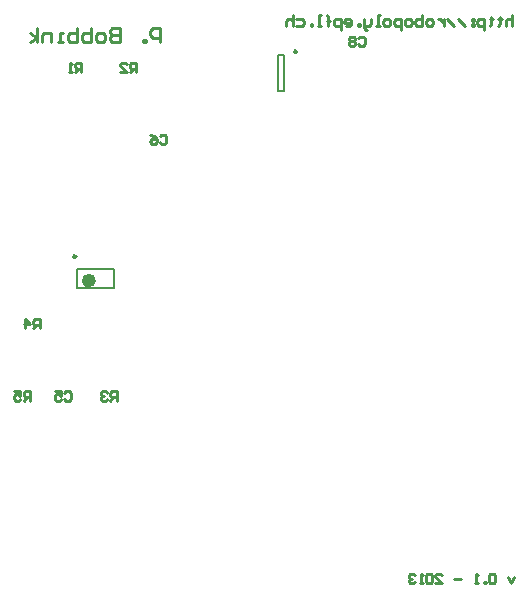
<source format=gbo>
%FSAX42Y42*%
%MOMM*%
G71*
G01*
G75*
G04 Layer_Color=32896*
%ADD10R,1.30X1.60*%
%ADD11R,1.60X1.30*%
%ADD12R,0.80X0.33*%
%ADD13R,0.33X0.80*%
%ADD14C,0.25*%
%ADD15C,0.24*%
G04:AMPARAMS|DCode=16|XSize=3mm|YSize=1.5mm|CornerRadius=0mm|HoleSize=0mm|Usage=FLASHONLY|Rotation=0.000|XOffset=0mm|YOffset=0mm|HoleType=Round|Shape=Octagon|*
%AMOCTAGOND16*
4,1,8,1.50,-0.38,1.50,0.38,1.13,0.75,-1.13,0.75,-1.50,0.38,-1.50,-0.38,-1.13,-0.75,1.13,-0.75,1.50,-0.38,0.0*
%
%ADD16OCTAGOND16*%

%ADD17C,1.50*%
%ADD18C,1.30*%
%ADD19R,1.50X1.50*%
%ADD20R,1.50X1.50*%
%ADD21C,0.80*%
%ADD22R,1.10X0.60*%
%ADD23O,0.45X1.30*%
%ADD24C,0.20*%
%ADD25C,0.10*%
%ADD26C,0.08*%
%ADD27C,0.05*%
%ADD28R,1.50X1.80*%
%ADD29R,1.80X1.50*%
%ADD30R,1.10X0.63*%
%ADD31R,0.63X1.10*%
G04:AMPARAMS|DCode=32|XSize=3.2mm|YSize=1.7mm|CornerRadius=0mm|HoleSize=0mm|Usage=FLASHONLY|Rotation=0.000|XOffset=0mm|YOffset=0mm|HoleType=Round|Shape=Octagon|*
%AMOCTAGOND32*
4,1,8,1.60,-0.42,1.60,0.42,1.18,0.85,-1.18,0.85,-1.60,0.42,-1.60,-0.42,-1.18,-0.85,1.18,-0.85,1.60,-0.42,0.0*
%
%ADD32OCTAGOND32*%

%ADD33C,1.70*%
%ADD34R,1.70X1.70*%
%ADD35R,1.70X1.70*%
%ADD36C,1.00*%
%ADD37R,1.30X0.80*%
%ADD38O,0.65X1.50*%
%ADD39C,0.25*%
%ADD40C,0.60*%
D14*
X006107Y007204D02*
X006120Y007217D01*
X006147D01*
X006160Y007204D01*
Y007151D01*
X006147Y007138D01*
X006120D01*
X006107Y007151D01*
X006080Y007204D02*
X006067Y007217D01*
X006040D01*
X006027Y007204D01*
Y007191D01*
X006040Y007177D01*
X006027Y007164D01*
Y007151D01*
X006040Y007138D01*
X006067D01*
X006080Y007151D01*
Y007164D01*
X006067Y007177D01*
X006080Y007191D01*
Y007204D01*
X006067Y007177D02*
X006040D01*
X003617Y004202D02*
X003630Y004215D01*
X003657D01*
X003670Y004202D01*
Y004148D01*
X003657Y004135D01*
X003630D01*
X003617Y004148D01*
X003537Y004215D02*
X003590D01*
Y004175D01*
X003563Y004188D01*
X003550D01*
X003537Y004175D01*
Y004148D01*
X003550Y004135D01*
X003577D01*
X003590Y004148D01*
X003762Y006915D02*
Y006995D01*
X003723D01*
X003709Y006982D01*
Y006955D01*
X003723Y006942D01*
X003762D01*
X003736D02*
X003709Y006915D01*
X003683D02*
X003656D01*
X003669D01*
Y006995D01*
X003683Y006982D01*
X004225Y006915D02*
Y006995D01*
X004185D01*
X004172Y006982D01*
Y006955D01*
X004185Y006942D01*
X004225D01*
X004198D02*
X004172Y006915D01*
X004092D02*
X004145D01*
X004092Y006968D01*
Y006982D01*
X004105Y006995D01*
X004132D01*
X004145Y006982D01*
X004060Y004135D02*
Y004215D01*
X004020D01*
X004007Y004202D01*
Y004175D01*
X004020Y004162D01*
X004060D01*
X004033D02*
X004007Y004135D01*
X003980Y004202D02*
X003967Y004215D01*
X003940D01*
X003927Y004202D01*
Y004188D01*
X003940Y004175D01*
X003953D01*
X003940D01*
X003927Y004162D01*
Y004148D01*
X003940Y004135D01*
X003967D01*
X003980Y004148D01*
X003408Y004745D02*
Y004825D01*
X003368D01*
X003354Y004812D01*
Y004785D01*
X003368Y004772D01*
X003408D01*
X003381D02*
X003354Y004745D01*
X003288D02*
Y004825D01*
X003328Y004785D01*
X003274D01*
X003325Y004135D02*
Y004215D01*
X003285D01*
X003272Y004202D01*
Y004175D01*
X003285Y004162D01*
X003325D01*
X003298D02*
X003272Y004135D01*
X003192Y004215D02*
X003245D01*
Y004175D01*
X003218Y004188D01*
X003205D01*
X003192Y004175D01*
Y004148D01*
X003205Y004135D01*
X003232D01*
X003245Y004148D01*
X004427Y006374D02*
X004440Y006387D01*
X004467D01*
X004480Y006374D01*
Y006321D01*
X004467Y006308D01*
X004440D01*
X004427Y006321D01*
X004347Y006387D02*
X004373Y006374D01*
X004400Y006347D01*
Y006321D01*
X004387Y006308D01*
X004360D01*
X004347Y006321D01*
Y006334D01*
X004360Y006347D01*
X004400D01*
X007425Y002641D02*
X007398Y002588D01*
X007372Y002641D01*
X007265Y002654D02*
X007252Y002667D01*
X007225D01*
X007212Y002654D01*
Y002601D01*
X007225Y002588D01*
X007252D01*
X007265Y002601D01*
Y002654D01*
X007185Y002588D02*
Y002601D01*
X007172D01*
Y002588D01*
X007185D01*
X007118D02*
X007092D01*
X007105D01*
Y002667D01*
X007118Y002654D01*
X006972Y002627D02*
X006918D01*
X006759Y002588D02*
X006812D01*
X006759Y002641D01*
Y002654D01*
X006772Y002667D01*
X006799D01*
X006812Y002654D01*
X006732D02*
X006719Y002667D01*
X006692D01*
X006679Y002654D01*
Y002601D01*
X006692Y002588D01*
X006719D01*
X006732Y002601D01*
Y002654D01*
X006652Y002588D02*
X006625D01*
X006639D01*
Y002667D01*
X006652Y002654D01*
X006585D02*
X006572Y002667D01*
X006545D01*
X006532Y002654D01*
Y002641D01*
X006545Y002627D01*
X006559D01*
X006545D01*
X006532Y002614D01*
Y002601D01*
X006545Y002588D01*
X006572D01*
X006585Y002601D01*
X007412Y007395D02*
Y007305D01*
Y007350D01*
X007398Y007365D01*
X007368D01*
X007353Y007350D01*
Y007305D01*
X007308Y007380D02*
Y007365D01*
X007323D01*
X007293D01*
X007308D01*
Y007320D01*
X007293Y007305D01*
X007233Y007380D02*
Y007365D01*
X007248D01*
X007218D01*
X007233D01*
Y007320D01*
X007218Y007305D01*
X007173Y007275D02*
Y007365D01*
X007128D01*
X007113Y007350D01*
Y007320D01*
X007128Y007305D01*
X007173D01*
X007083Y007365D02*
X007068D01*
Y007350D01*
X007083D01*
Y007365D01*
Y007320D02*
X007068D01*
Y007305D01*
X007083D01*
Y007320D01*
X007008Y007305D02*
X006948Y007365D01*
X006918Y007305D02*
X006858Y007365D01*
X006828D02*
Y007305D01*
Y007335D01*
X006813Y007350D01*
X006798Y007365D01*
X006783D01*
X006723Y007305D02*
X006693D01*
X006678Y007320D01*
Y007350D01*
X006693Y007365D01*
X006723D01*
X006738Y007350D01*
Y007320D01*
X006723Y007305D01*
X006648Y007395D02*
Y007305D01*
X006603D01*
X006588Y007320D01*
Y007335D01*
Y007350D01*
X006603Y007365D01*
X006648D01*
X006543Y007305D02*
X006513D01*
X006498Y007320D01*
Y007350D01*
X006513Y007365D01*
X006543D01*
X006558Y007350D01*
Y007320D01*
X006543Y007305D01*
X006468Y007275D02*
Y007365D01*
X006423D01*
X006408Y007350D01*
Y007320D01*
X006423Y007305D01*
X006468D01*
X006363D02*
X006333D01*
X006318Y007320D01*
Y007350D01*
X006333Y007365D01*
X006363D01*
X006378Y007350D01*
Y007320D01*
X006363Y007305D01*
X006288D02*
X006258D01*
X006273D01*
Y007395D01*
X006288D01*
X006213Y007365D02*
Y007320D01*
X006198Y007305D01*
X006153D01*
Y007290D01*
X006168Y007275D01*
X006183D01*
X006153Y007305D02*
Y007365D01*
X006123Y007305D02*
Y007320D01*
X006108D01*
Y007305D01*
X006123D01*
X006003D02*
X006033D01*
X006048Y007320D01*
Y007350D01*
X006033Y007365D01*
X006003D01*
X005988Y007350D01*
Y007335D01*
X006048D01*
X005958Y007275D02*
Y007365D01*
X005913D01*
X005898Y007350D01*
Y007320D01*
X005913Y007305D01*
X005958D01*
X005853D02*
Y007380D01*
Y007350D01*
X005868D01*
X005838D01*
X005853D01*
Y007380D01*
X005838Y007395D01*
X005793Y007305D02*
X005763D01*
X005778D01*
Y007395D01*
X005793D01*
X005718Y007305D02*
Y007320D01*
X005703D01*
Y007305D01*
X005718D01*
X005583Y007365D02*
X005628D01*
X005643Y007350D01*
Y007320D01*
X005628Y007305D01*
X005583D01*
X005553Y007395D02*
Y007305D01*
Y007350D01*
X005538Y007365D01*
X005508D01*
X005493Y007350D01*
Y007305D01*
X004425Y007168D02*
Y007287D01*
X004365D01*
X004345Y007267D01*
Y007227D01*
X004365Y007207D01*
X004425D01*
X004305Y007168D02*
Y007187D01*
X004285D01*
Y007168D01*
X004305D01*
X004085Y007287D02*
Y007168D01*
X004025D01*
X004005Y007187D01*
Y007207D01*
X004025Y007227D01*
X004085D01*
X004025D01*
X004005Y007247D01*
Y007267D01*
X004025Y007287D01*
X004085D01*
X003945Y007168D02*
X003905D01*
X003885Y007187D01*
Y007227D01*
X003905Y007247D01*
X003945D01*
X003965Y007227D01*
Y007187D01*
X003945Y007168D01*
X003845Y007287D02*
Y007168D01*
X003785D01*
X003765Y007187D01*
Y007207D01*
Y007227D01*
X003785Y007247D01*
X003845D01*
X003725Y007287D02*
Y007168D01*
X003665D01*
X003645Y007187D01*
Y007207D01*
Y007227D01*
X003665Y007247D01*
X003725D01*
X003605Y007168D02*
X003565D01*
X003585D01*
Y007247D01*
X003605D01*
X003505Y007168D02*
Y007247D01*
X003445D01*
X003425Y007227D01*
Y007168D01*
X003385D02*
Y007287D01*
Y007207D02*
X003325Y007247D01*
X003385Y007207D02*
X003325Y007168D01*
D24*
X005428Y007057D02*
X005478D01*
Y006757D02*
Y007057D01*
X005428Y006757D02*
Y007057D01*
Y006757D02*
X005478D01*
X003725Y005250D02*
X004035D01*
X003725Y005085D02*
X004035D01*
X003725D02*
Y005250D01*
X004035Y005085D02*
Y005250D01*
D39*
X005585Y007088D02*
G03*
X005585Y007088I-000012J000000D01*
G01*
X003717Y005355D02*
G03*
X003717Y005355I-000012J000000D01*
G01*
D40*
X003855Y005150D02*
G03*
X003855Y005150I-000030J000000D01*
G01*
M02*

</source>
